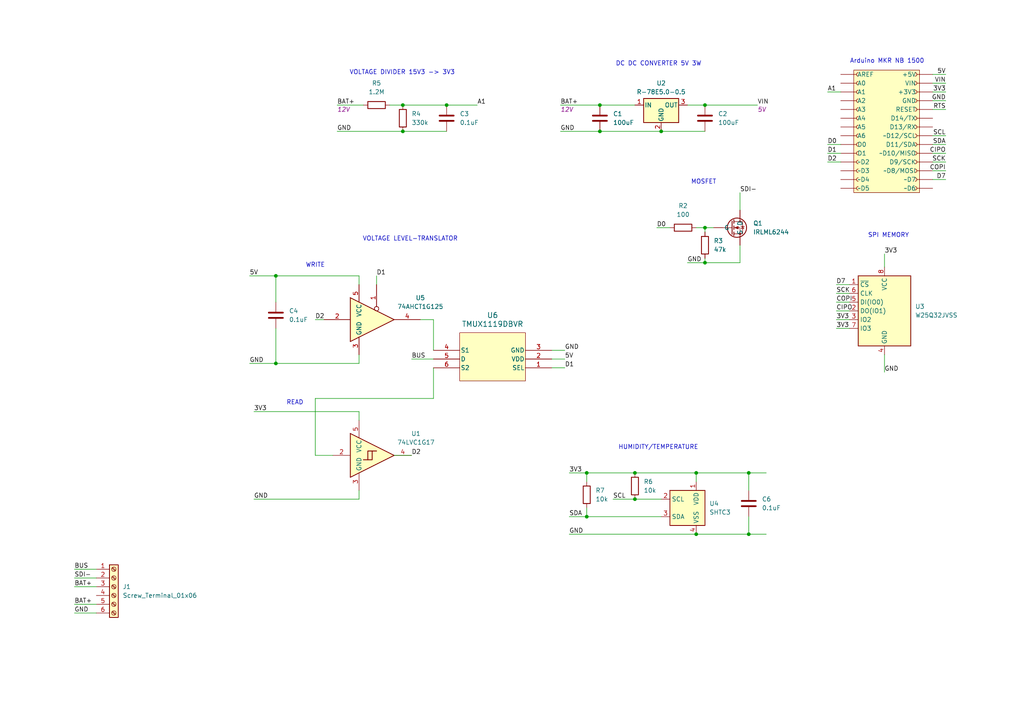
<source format=kicad_sch>
(kicad_sch (version 20231120) (generator "eeschema") (generator_version "8.0")
  (paper "A4")
  (title_block (title "Ryujin") (date "2024-12-21") (rev "17") (company "Julius-Maximilians-Universität Würzburg"))
  (lib_symbols
    (symbol "74xGxx:74AHCT1G125"
      (property "Reference" "U" (at -2.54 3.81 0))
      (property "Value" "74AHCT1G125" (at 0 -3.81 0))
      (symbol "74AHCT1G125_0_1"
        (polyline (pts (xy -7.62 6.35) (xy -7.62 -6.35) (xy 5.08 0) (xy -7.62 6.35)) (stroke (width 0.254)) (fill (type background)))
      )
      (symbol "74AHCT1G125_1_1"
        (pin input inverted (at 0 10.16 270) (length 7.62) (name "~") (number "1"))
        (pin input line (at -15.24 0 0) (length 7.62) (name "~") (number "2"))
        (pin power_in line (at -5.08 -10.16 90) (length 5.08) (name "GND") (number "3"))
        (pin tri_state line (at 12.7 0 180) (length 7.62) (name "~") (number "4"))
        (pin power_in line (at -5.08 10.16 270) (length 5.08) (name "VCC") (number "5"))
      )
    )
    (symbol "74xGxx:74LVC1G17"
      (property "Reference" "U" (at 0 3.81 0))
      (property "Value" "74LVC1G17" (at 0 -3.81 0))
      (symbol "74LVC1G17_0_1"
        (polyline (pts (xy -7.62 6.35) (xy -7.62 -6.35) (xy 5.08 0) (xy -7.62 6.35)) (stroke (width 0.254)) (fill (type background)))
        (polyline (pts (xy -3.81 -1.27) (xy -2.54 -1.27) (xy -2.54 1.27) (xy -1.27 1.27)) (stroke (width 0.254)) (fill (type background)))
        (polyline (pts (xy -2.54 -1.27) (xy -1.27 -1.27) (xy -1.27 1.27) (xy 0 1.27)) (stroke (width 0.254)) (fill (type background)))
      )
      (symbol "74LVC1G17_1_1"
        (pin no_connect line (at -7.62 5.08 180) (length 5.08) hide (name "NC") (number "1"))
        (pin input line (at -12.7 0 0) (length 5.08) (name "~") (number "2"))
        (pin power_in line (at -5.08 -10.16 90) (length 5.08) (name "GND") (number "3"))
        (pin output line (at 10.16 0 180) (length 5.08) (name "~") (number "4"))
        (pin power_in line (at -5.08 10.16 270) (length 5.08) (name "VCC") (number "5"))
      )
    )
    (symbol "Conn_01x14_Socket_1" (pin_numbers hide) (pin_names (offset 1.016))
      (property "Reference" "J3" (at 1.27 0.0001 0))
      (symbol "Conn_01x14_Socket_1_1_1"
        (arc (start 0 -17.272) (mid -0.5058 -17.78) (end 0 -18.288) (stroke (width 0.1524)))
        (arc (start 0 -14.732) (mid -0.5058 -15.24) (end 0 -15.748) (stroke (width 0.1524)))
        (arc (start 0 -12.192) (mid -0.5058 -12.7) (end 0 -13.208) (stroke (width 0.1524)))
        (arc (start 0 -9.652) (mid -0.5058 -10.16) (end 0 -10.668) (stroke (width 0.1524)))
        (arc (start 0 -7.112) (mid -0.5058 -7.62) (end 0 -8.128) (stroke (width 0.1524)))
        (arc (start 0 -4.572) (mid -0.5058 -5.08) (end 0 -5.588) (stroke (width 0.1524)))
        (arc (start 0 -2.032) (mid -0.5058 -2.54) (end 0 -3.048) (stroke (width 0.1524)))
        (polyline (pts (xy -1.27 -17.78) (xy -0.508 -17.78)) (stroke (width 0.1524)))
        (polyline (pts (xy -1.27 -15.24) (xy -0.508 -15.24)) (stroke (width 0.1524)))
        (polyline (pts (xy -1.27 -12.7) (xy -0.508 -12.7)) (stroke (width 0.1524)))
        (polyline (pts (xy -1.27 -10.16) (xy -0.508 -10.16)) (stroke (width 0.1524)))
        (polyline (pts (xy -1.27 -7.62) (xy -0.508 -7.62)) (stroke (width 0.1524)))
        (polyline (pts (xy -1.27 -5.08) (xy -0.508 -5.08)) (stroke (width 0.1524)))
        (polyline (pts (xy -1.27 -2.54) (xy -0.508 -2.54)) (stroke (width 0.1524)))
        (polyline (pts (xy -1.27 0) (xy -0.508 0)) (stroke (width 0.1524)))
        (polyline (pts (xy -1.27 2.54) (xy -0.508 2.54)) (stroke (width 0.1524)))
        (polyline (pts (xy -1.27 5.08) (xy -0.508 5.08)) (stroke (width 0.1524)))
        (polyline (pts (xy -1.27 7.62) (xy -0.508 7.62)) (stroke (width 0.1524)))
        (polyline (pts (xy -1.27 10.16) (xy -0.508 10.16)) (stroke (width 0.1524)))
        (polyline (pts (xy -1.27 12.7) (xy -0.508 12.7)) (stroke (width 0.1524)))
        (polyline (pts (xy -1.27 15.24) (xy -0.508 15.24)) (stroke (width 0.1524)))
        (arc (start 0 0.508) (mid -0.5058 0) (end 0 -0.508) (stroke (width 0.1524)))
        (arc (start 0 3.048) (mid -0.5058 2.54) (end 0 2.032) (stroke (width 0.1524)))
        (arc (start 0 5.588) (mid -0.5058 5.08) (end 0 4.572) (stroke (width 0.1524)))
        (arc (start 0 8.128) (mid -0.5058 7.62) (end 0 7.112) (stroke (width 0.1524)))
        (arc (start 0 10.668) (mid -0.5058 10.16) (end 0 9.652) (stroke (width 0.1524)))
        (arc (start 0 13.208) (mid -0.5058 12.7) (end 0 12.192) (stroke (width 0.1524)))
        (arc (start 0 15.748) (mid -0.5058 15.24) (end 0 14.732) (stroke (width 0.1524)))
        (pin passive line (at -5.08 15.24 0) (length 3.81) (name "AREF") (number "1"))
        (pin passive line (at -5.08 -7.62 0) (length 3.81) (name "D1") (number "10"))
        (pin passive line (at -5.08 -10.16 0) (length 3.81) (name "~D2") (number "11"))
        (pin passive line (at -5.08 -12.7 0) (length 3.81) (name "~D3") (number "12"))
        (pin passive line (at -5.08 -15.24 0) (length 3.81) (name "~D4") (number "13"))
        (pin passive line (at -5.08 -17.78 0) (length 3.81) (name "~D5") (number "14"))
        (pin passive line (at -5.08 12.7 0) (length 3.81) (name "A0") (number "2"))
        (pin passive line (at -5.08 10.16 0) (length 3.81) (name "A1") (number "3"))
        (pin passive line (at -5.08 7.62 0) (length 3.81) (name "A2") (number "4"))
        (pin passive line (at -5.08 5.08 0) (length 3.81) (name "A3") (number "5"))
        (pin passive line (at -5.08 2.54 0) (length 3.81) (name "A4") (number "6"))
        (pin passive line (at -5.08 0 0) (length 3.81) (name "A5") (number "7"))
        (pin passive line (at -5.08 -2.54 0) (length 3.81) (name "A6") (number "8"))
        (pin passive line (at -5.08 -5.08 0) (length 3.81) (name "D0") (number "9"))
      )
    )
    (symbol "Connector:Conn_01x14_Socket" (pin_numbers hide) (pin_names (offset 1.016))
      (property "Reference" "J4" (at 1.27 0.0001 0))
      (property "Value" "Conn_01x14_Socket" (at 1.27 -2.5399 0))
      (symbol "Conn_01x14_Socket_1_1"
        (arc (start 0 -17.272) (mid -0.5058 -17.78) (end 0 -18.288) (stroke (width 0.1524)))
        (arc (start 0 -14.732) (mid -0.5058 -15.24) (end 0 -15.748) (stroke (width 0.1524)))
        (arc (start 0 -12.192) (mid -0.5058 -12.7) (end 0 -13.208) (stroke (width 0.1524)))
        (arc (start 0 -9.652) (mid -0.5058 -10.16) (end 0 -10.668) (stroke (width 0.1524)))
        (arc (start 0 -7.112) (mid -0.5058 -7.62) (end 0 -8.128) (stroke (width 0.1524)))
        (arc (start 0 -4.572) (mid -0.5058 -5.08) (end 0 -5.588) (stroke (width 0.1524)))
        (arc (start 0 -2.032) (mid -0.5058 -2.54) (end 0 -3.048) (stroke (width 0.1524)))
        (polyline (pts (xy -1.27 -17.78) (xy -0.508 -17.78)) (stroke (width 0.1524)))
        (polyline (pts (xy -1.27 -15.24) (xy -0.508 -15.24)) (stroke (width 0.1524)))
        (polyline (pts (xy -1.27 -12.7) (xy -0.508 -12.7)) (stroke (width 0.1524)))
        (polyline (pts (xy -1.27 -10.16) (xy -0.508 -10.16)) (stroke (width 0.1524)))
        (polyline (pts (xy -1.27 -7.62) (xy -0.508 -7.62)) (stroke (width 0.1524)))
        (polyline (pts (xy -1.27 -5.08) (xy -0.508 -5.08)) (stroke (width 0.1524)))
        (polyline (pts (xy -1.27 -2.54) (xy -0.508 -2.54)) (stroke (width 0.1524)))
        (polyline (pts (xy -1.27 0) (xy -0.508 0)) (stroke (width 0.1524)))
        (polyline (pts (xy -1.27 2.54) (xy -0.508 2.54)) (stroke (width 0.1524)))
        (polyline (pts (xy -1.27 5.08) (xy -0.508 5.08)) (stroke (width 0.1524)))
        (polyline (pts (xy -1.27 7.62) (xy -0.508 7.62)) (stroke (width 0.1524)))
        (polyline (pts (xy -1.27 10.16) (xy -0.508 10.16)) (stroke (width 0.1524)))
        (polyline (pts (xy -1.27 12.7) (xy -0.508 12.7)) (stroke (width 0.1524)))
        (polyline (pts (xy -1.27 15.24) (xy -0.508 15.24)) (stroke (width 0.1524)))
        (arc (start 0 0.508) (mid -0.5058 0) (end 0 -0.508) (stroke (width 0.1524)))
        (arc (start 0 3.048) (mid -0.5058 2.54) (end 0 2.032) (stroke (width 0.1524)))
        (arc (start 0 5.588) (mid -0.5058 5.08) (end 0 4.572) (stroke (width 0.1524)))
        (arc (start 0 8.128) (mid -0.5058 7.62) (end 0 7.112) (stroke (width 0.1524)))
        (arc (start 0 10.668) (mid -0.5058 10.16) (end 0 9.652) (stroke (width 0.1524)))
        (arc (start 0 13.208) (mid -0.5058 12.7) (end 0 12.192) (stroke (width 0.1524)))
        (arc (start 0 15.748) (mid -0.5058 15.24) (end 0 14.732) (stroke (width 0.1524)))
        (pin passive line (at -5.08 15.24 0) (length 3.81) (name "+5V") (number "1"))
        (pin passive line (at -5.08 -7.62 0) (length 3.81) (name "~D10/MISO") (number "10"))
        (pin passive line (at -5.08 -10.16 0) (length 3.81) (name "D9/SCK") (number "11"))
        (pin passive line (at -5.08 -12.7 0) (length 3.81) (name "~D8/MOSI") (number "12"))
        (pin passive line (at -5.08 -15.24 0) (length 3.81) (name "~D7") (number "13"))
        (pin passive line (at -5.08 -17.78 0) (length 3.81) (name "~D6") (number "14"))
        (pin passive line (at -5.08 12.7 0) (length 3.81) (name "VIN") (number "2"))
        (pin passive line (at -5.08 10.16 0) (length 3.81) (name "+3V3") (number "3"))
        (pin passive line (at -5.08 7.62 0) (length 3.81) (name "GND") (number "4"))
        (pin passive line (at -5.08 5.08 0) (length 3.81) (name "RESET") (number "5"))
        (pin passive line (at -5.08 2.54 0) (length 3.81) (name "D14/TX") (number "6"))
        (pin passive line (at -5.08 0 0) (length 3.81) (name "D13/RX") (number "7"))
        (pin passive line (at -5.08 -2.54 0) (length 3.81) (name "~D12/SCL") (number "8"))
        (pin passive line (at -5.08 -5.08 0) (length 3.81) (name "D11/SDA") (number "9"))
      )
    )
    (symbol "Connector:Screw_Terminal_01x06" (pin_names (offset 1.016) hide)
      (property "Reference" "J" (at 0 7.62 0))
      (property "Value" "Screw_Terminal_01x06" (at 0 -10.16 0))
      (symbol "Screw_Terminal_01x06_1_1"
        (rectangle (start -1.27 6.35) (end 1.27 -8.89) (stroke (width 0.254)) (fill (type background)))
        (circle (center 0 -7.62) (radius 0.635) (stroke (width 0.1524)))
        (circle (center 0 -5.08) (radius 0.635) (stroke (width 0.1524)))
        (circle (center 0 -2.54) (radius 0.635) (stroke (width 0.1524)))
        (polyline (pts (xy -0.5334 -7.2898) (xy 0.3302 -8.128)) (stroke (width 0.1524)))
        (polyline (pts (xy -0.5334 -4.7498) (xy 0.3302 -5.588)) (stroke (width 0.1524)))
        (polyline (pts (xy -0.5334 -2.2098) (xy 0.3302 -3.048)) (stroke (width 0.1524)))
        (polyline (pts (xy -0.5334 0.3302) (xy 0.3302 -0.508)) (stroke (width 0.1524)))
        (polyline (pts (xy -0.5334 2.8702) (xy 0.3302 2.032)) (stroke (width 0.1524)))
        (polyline (pts (xy -0.5334 5.4102) (xy 0.3302 4.572)) (stroke (width 0.1524)))
        (polyline (pts (xy -0.3556 -7.112) (xy 0.508 -7.9502)) (stroke (width 0.1524)))
        (polyline (pts (xy -0.3556 -4.572) (xy 0.508 -5.4102)) (stroke (width 0.1524)))
        (polyline (pts (xy -0.3556 -2.032) (xy 0.508 -2.8702)) (stroke (width 0.1524)))
        (polyline (pts (xy -0.3556 0.508) (xy 0.508 -0.3302)) (stroke (width 0.1524)))
        (polyline (pts (xy -0.3556 3.048) (xy 0.508 2.2098)) (stroke (width 0.1524)))
        (polyline (pts (xy -0.3556 5.588) (xy 0.508 4.7498)) (stroke (width 0.1524)))
        (circle (center 0 0) (radius 0.635) (stroke (width 0.1524)))
        (circle (center 0 2.54) (radius 0.635) (stroke (width 0.1524)))
        (circle (center 0 5.08) (radius 0.635) (stroke (width 0.1524)))
        (pin passive line (at -5.08 5.08 0) (length 3.81) (name "Pin_1") (number "1"))
        (pin passive line (at -5.08 2.54 0) (length 3.81) (name "Pin_2") (number "2"))
        (pin passive line (at -5.08 0 0) (length 3.81) (name "Pin_3") (number "3"))
        (pin passive line (at -5.08 -2.54 0) (length 3.81) (name "Pin_4") (number "4"))
        (pin passive line (at -5.08 -5.08 0) (length 3.81) (name "Pin_5") (number "5"))
        (pin passive line (at -5.08 -7.62 0) (length 3.81) (name "Pin_6") (number "6"))
      )
    )
    (symbol "DBV0006A:TMUX1119DBVR" (pin_names (offset 0.254))
      (property "Reference" "U" (at 17.018 8.128 0))
      (property "Value" "TMUX1119DBVR" (at 17.018 5.588 0))
      (symbol "TMUX1119DBVR_0_1"
        (rectangle (start 7.62 3.81) (end 26.67 -10.16) (fill (type background)))
        (pin input line (at 0 0 0) (length 7.62) (name "SEL") (number "1"))
        (pin power_in line (at 0 -2.54 0) (length 7.62) (name "VDD") (number "2"))
        (pin power_out line (at 0 -5.08 0) (length 7.62) (name "GND") (number "3"))
        (pin bidirectional line (at 34.29 -5.08 180) (length 7.62) (name "S1") (number "4"))
        (pin bidirectional line (at 34.29 -2.54 180) (length 7.62) (name "D") (number "5"))
        (pin bidirectional line (at 34.29 0 180) (length 7.62) (name "S2") (number "6"))
      )
    )
    (symbol "Device:C" (pin_numbers hide) (pin_names (offset 0.254))
      (property "Reference" "C" (at 0.635 2.54 0))
      (property "Value" "C" (at 0.635 -2.54 0))
      (symbol "C_0_1"
        (polyline (pts (xy -2.032 -0.762) (xy 2.032 -0.762)) (stroke (width 0.508)))
        (polyline (pts (xy -2.032 0.762) (xy 2.032 0.762)) (stroke (width 0.508)))
      )
      (symbol "C_1_1"
        (pin passive line (at 0 3.81 270) (length 2.794) (name "~") (number "1"))
        (pin passive line (at 0 -3.81 90) (length 2.794) (name "~") (number "2"))
      )
    )
    (symbol "Device:R" (pin_numbers hide) (pin_names (offset 0))
      (property "Reference" "R" (at 2.032 0 90))
      (property "Value" "R" (at 0 0 90))
      (symbol "R_0_1"
        (rectangle (start -1.016 -2.54) (end 1.016 2.54) (stroke (width 0.254)))
      )
      (symbol "R_1_1"
        (pin passive line (at 0 3.81 270) (length 1.27) (name "~") (number "1"))
        (pin passive line (at 0 -3.81 90) (length 1.27) (name "~") (number "2"))
      )
    )
    (symbol "Memory_Flash:W25Q32JVSS"
      (property "Reference" "U" (at -6.35 11.43 0))
      (property "Value" "W25Q32JVSS" (at 7.62 11.43 0))
      (symbol "W25Q32JVSS_0_1"
        (rectangle (start -7.62 10.16) (end 7.62 -10.16) (stroke (width 0.254)) (fill (type background)))
      )
      (symbol "W25Q32JVSS_1_1"
        (pin input line (at -10.16 7.62 0) (length 2.54) (name "~{CS}") (number "1"))
        (pin bidirectional line (at -10.16 0 0) (length 2.54) (name "DO(IO1)") (number "2"))
        (pin bidirectional line (at -10.16 -2.54 0) (length 2.54) (name "IO2") (number "3"))
        (pin power_in line (at 0 -12.7 90) (length 2.54) (name "GND") (number "4"))
        (pin bidirectional line (at -10.16 2.54 0) (length 2.54) (name "DI(IO0)") (number "5"))
        (pin input line (at -10.16 5.08 0) (length 2.54) (name "CLK") (number "6"))
        (pin bidirectional line (at -10.16 -5.08 0) (length 2.54) (name "IO3") (number "7"))
        (pin power_in line (at 0 12.7 270) (length 2.54) (name "VCC") (number "8"))
      )
    )
    (symbol "Regulator_Switching:R-78E5.0-0.5" (pin_names (offset 0.254))
      (property "Reference" "U" (at -3.81 3.175 0))
      (property "Value" "R-78E5.0-0.5" (at 0 3.175 0))
      (symbol "R-78E5.0-0.5_0_1"
        (rectangle (start -5.08 1.905) (end 5.08 -5.08) (stroke (width 0.254)) (fill (type background)))
      )
      (symbol "R-78E5.0-0.5_1_1"
        (pin power_in line (at -7.62 0 0) (length 2.54) (name "IN") (number "1"))
        (pin power_in line (at 0 -7.62 90) (length 2.54) (name "GND") (number "2"))
        (pin power_out line (at 7.62 0 180) (length 2.54) (name "OUT") (number "3"))
      )
    )
    (symbol "Sensor_Humidity:SHTC3"
      (property "Reference" "U" (at -3.81 6.35 0))
      (property "Value" "SHTC3" (at -2.54 -6.35 0))
      (symbol "SHTC3_1_1"
        (rectangle (start -5.08 5.08) (end 5.08 -5.08) (stroke (width 0.254)) (fill (type background)))
        (pin power_in line (at 2.54 7.62 270) (length 2.54) (name "VDD") (number "1"))
        (pin input line (at -7.62 2.54 0) (length 2.54) (name "SCL") (number "2"))
        (pin bidirectional line (at -7.62 -2.54 0) (length 2.54) (name "SDA") (number "3"))
        (pin power_in line (at 2.54 -7.62 90) (length 2.54) (name "VSS") (number "4"))
        (pin no_connect line (at 5.08 0 180) (length 2.54) hide (name "NC") (number "5"))
      )
    )
    (symbol "Transistor_FET:IRLML6244" (pin_numbers hide)
      (property "Reference" "Q" (at 5.08 1.905 0))
      (property "Value" "IRLML6244" (at 5.08 0 0))
      (symbol "IRLML6244_0_1"
        (polyline (pts (xy 0.254 0) (xy -2.54 0)))
        (polyline (pts (xy 0.254 1.905) (xy 0.254 -1.905)) (stroke (width 0.254)))
        (polyline (pts (xy 0.762 -1.27) (xy 0.762 -2.286)) (stroke (width 0.254)))
        (polyline (pts (xy 0.762 0.508) (xy 0.762 -0.508)) (stroke (width 0.254)))
        (polyline (pts (xy 0.762 2.286) (xy 0.762 1.27)) (stroke (width 0.254)))
        (polyline (pts (xy 2.54 2.54) (xy 2.54 1.778)))
        (polyline (pts (xy 2.54 -2.54) (xy 2.54 0) (xy 0.762 0)))
        (polyline (pts (xy 0.762 -1.778) (xy 3.302 -1.778) (xy 3.302 1.778) (xy 0.762 1.778)))
        (polyline (pts (xy 1.016 0) (xy 2.032 0.381) (xy 2.032 -0.381) (xy 1.016 0)) (fill (type outline)))
        (polyline (pts (xy 2.794 0.508) (xy 2.921 0.381) (xy 3.683 0.381) (xy 3.81 0.254)))
        (polyline (pts (xy 3.302 0.381) (xy 2.921 -0.254) (xy 3.683 -0.254) (xy 3.302 0.381)))
        (circle (center 1.651 0) (radius 2.794) (stroke (width 0.254)))
        (circle (center 2.54 -1.778) (radius 0.254) (fill (type outline)))
        (circle (center 2.54 1.778) (radius 0.254) (fill (type outline)))
      )
      (symbol "IRLML6244_1_1"
        (pin input line (at -5.08 0 0) (length 2.54) (name "G") (number "1"))
        (pin passive line (at 2.54 -5.08 90) (length 2.54) (name "S") (number "2"))
        (pin passive line (at 2.54 5.08 270) (length 2.54) (name "D") (number "3"))
      )
    )
  )
  (junction (at 217.17 154.94))
  (junction (at 217.17 137.16))
  (junction (at 129.54 30.48))
  (junction (at 184.15 137.16))
  (junction (at 173.99 30.48))
  (junction (at 116.84 30.48))
  (junction (at 191.77 38.1))
  (junction (at 204.47 76.2))
  (junction (at 116.84 38.1))
  (junction (at 204.47 30.48))
  (junction (at 80.01 105.41))
  (junction (at 170.18 137.16))
  (junction (at 201.93 137.16))
  (junction (at 80.01 80.01))
  (junction (at 204.47 66.04))
  (junction (at 184.15 144.78))
  (junction (at 201.93 154.94))
  (junction (at 170.18 149.86))
  (junction (at 173.99 38.1))
  (wire (pts (xy 204.47 67.31) (xy 204.47 66.04)))
  (wire (pts (xy 256.54 102.87) (xy 256.54 107.95)))
  (wire (pts (xy 104.14 119.38) (xy 104.14 121.92)))
  (wire (pts (xy 199.39 30.48) (xy 204.47 30.48)))
  (wire (pts (xy 274.32 31.75) (xy 270.51 31.75)))
  (wire (pts (xy 274.32 21.59) (xy 270.51 21.59)))
  (wire (pts (xy 217.17 154.94) (xy 222.25 154.94)))
  (wire (pts (xy 204.47 30.48) (xy 219.71 30.48)))
  (wire (pts (xy 246.38 95.25) (xy 242.57 95.25)))
  (wire (pts (xy 104.14 105.41) (xy 104.14 102.87)))
  (wire (pts (xy 97.79 38.1) (xy 116.84 38.1)))
  (wire (pts (xy 165.1 137.16) (xy 170.18 137.16)))
  (wire (pts (xy 104.14 80.01) (xy 104.14 82.55)))
  (wire (pts (xy 217.17 137.16) (xy 222.25 137.16)))
  (wire (pts (xy 217.17 142.24) (xy 217.17 137.16)))
  (wire (pts (xy 240.03 46.99) (xy 243.84 46.99)))
  (wire (pts (xy 125.73 92.71) (xy 125.73 101.6)))
  (wire (pts (xy 160.02 101.6) (xy 163.83 101.6)))
  (wire (pts (xy 21.59 165.1) (xy 27.94 165.1)))
  (wire (pts (xy 201.93 154.94) (xy 217.17 154.94)))
  (wire (pts (xy 91.44 115.57) (xy 91.44 132.08)))
  (wire (pts (xy 204.47 76.2) (xy 214.63 76.2)))
  (wire (pts (xy 246.38 92.71) (xy 242.57 92.71)))
  (wire (pts (xy 201.93 154.94) (xy 165.1 154.94)))
  (wire (pts (xy 204.47 66.04) (xy 207.01 66.04)))
  (wire (pts (xy 274.32 46.99) (xy 270.51 46.99)))
  (wire (pts (xy 173.99 38.1) (xy 191.77 38.1)))
  (wire (pts (xy 214.63 55.88) (xy 214.63 60.96)))
  (wire (pts (xy 91.44 132.08) (xy 96.52 132.08)))
  (wire (pts (xy 190.5 66.04) (xy 194.31 66.04)))
  (wire (pts (xy 116.84 38.1) (xy 129.54 38.1)))
  (wire (pts (xy 119.38 104.14) (xy 125.73 104.14)))
  (wire (pts (xy 240.03 41.91) (xy 243.84 41.91)))
  (wire (pts (xy 113.03 30.48) (xy 116.84 30.48)))
  (wire (pts (xy 274.32 41.91) (xy 270.51 41.91)))
  (wire (pts (xy 21.59 175.26) (xy 27.94 175.26)))
  (wire (pts (xy 160.02 104.14) (xy 163.83 104.14)))
  (wire (pts (xy 242.57 90.17) (xy 246.38 90.17)))
  (wire (pts (xy 91.44 92.71) (xy 93.98 92.71)))
  (wire (pts (xy 214.63 76.2) (xy 214.63 71.12)))
  (wire (pts (xy 109.22 80.01) (xy 109.22 82.55)))
  (wire (pts (xy 173.99 30.48) (xy 184.15 30.48)))
  (wire (pts (xy 217.17 137.16) (xy 201.93 137.16)))
  (wire (pts (xy 119.38 132.08) (xy 114.3 132.08)))
  (wire (pts (xy 170.18 147.32) (xy 170.18 149.86)))
  (wire (pts (xy 201.93 66.04) (xy 204.47 66.04)))
  (wire (pts (xy 170.18 149.86) (xy 191.77 149.86)))
  (wire (pts (xy 240.03 44.45) (xy 243.84 44.45)))
  (wire (pts (xy 256.54 73.66) (xy 256.54 77.47)))
  (wire (pts (xy 165.1 149.86) (xy 170.18 149.86)))
  (wire (pts (xy 204.47 76.2) (xy 204.47 74.93)))
  (wire (pts (xy 21.59 167.64) (xy 27.94 167.64)))
  (wire (pts (xy 274.32 24.13) (xy 270.51 24.13)))
  (wire (pts (xy 125.73 115.57) (xy 91.44 115.57)))
  (wire (pts (xy 274.32 29.21) (xy 270.51 29.21)))
  (wire (pts (xy 217.17 149.86) (xy 217.17 154.94)))
  (wire (pts (xy 240.03 26.67) (xy 243.84 26.67)))
  (wire (pts (xy 80.01 80.01) (xy 104.14 80.01)))
  (wire (pts (xy 73.66 144.78) (xy 104.14 144.78)))
  (wire (pts (xy 246.38 82.55) (xy 242.57 82.55)))
  (wire (pts (xy 80.01 87.63) (xy 80.01 80.01)))
  (wire (pts (xy 72.39 105.41) (xy 80.01 105.41)))
  (wire (pts (xy 184.15 137.16) (xy 201.93 137.16)))
  (wire (pts (xy 242.57 87.63) (xy 246.38 87.63)))
  (wire (pts (xy 274.32 26.67) (xy 270.51 26.67)))
  (wire (pts (xy 184.15 144.78) (xy 191.77 144.78)))
  (wire (pts (xy 129.54 30.48) (xy 138.43 30.48)))
  (wire (pts (xy 21.59 177.8) (xy 27.94 177.8)))
  (wire (pts (xy 162.56 38.1) (xy 173.99 38.1)))
  (wire (pts (xy 274.32 44.45) (xy 270.51 44.45)))
  (wire (pts (xy 72.39 80.01) (xy 80.01 80.01)))
  (wire (pts (xy 160.02 106.68) (xy 163.83 106.68)))
  (wire (pts (xy 170.18 137.16) (xy 170.18 139.7)))
  (wire (pts (xy 125.73 106.68) (xy 125.73 115.57)))
  (wire (pts (xy 204.47 76.2) (xy 199.39 76.2)))
  (wire (pts (xy 201.93 137.16) (xy 201.93 139.7)))
  (wire (pts (xy 191.77 38.1) (xy 204.47 38.1)))
  (wire (pts (xy 116.84 30.48) (xy 129.54 30.48)))
  (wire (pts (xy 177.8 144.78) (xy 184.15 144.78)))
  (wire (pts (xy 73.66 119.38) (xy 104.14 119.38)))
  (wire (pts (xy 121.92 92.71) (xy 125.73 92.71)))
  (wire (pts (xy 104.14 144.78) (xy 104.14 142.24)))
  (wire (pts (xy 80.01 105.41) (xy 80.01 95.25)))
  (wire (pts (xy 162.56 30.48) (xy 173.99 30.48)))
  (wire (pts (xy 274.32 39.37) (xy 270.51 39.37)))
  (wire (pts (xy 21.59 170.18) (xy 27.94 170.18)))
  (wire (pts (xy 246.38 85.09) (xy 242.57 85.09)))
  (wire (pts (xy 97.79 30.48) (xy 105.41 30.48)))
  (wire (pts (xy 274.32 52.07) (xy 270.51 52.07)))
  (wire (pts (xy 170.18 137.16) (xy 184.15 137.16)))
  (wire (pts (xy 104.14 105.41) (xy 80.01 105.41)))
  (wire (pts (xy 274.32 49.53) (xy 270.51 49.53)))
  (rectangle (start 247.65 20.32) (end 266.7 55.88) (stroke (width 0) (color 132 0 0 1)) (fill (type color) (color 255 255 194 1)))
  (text "HUMIDITY/TEMPERATURE" (at 179.324 129.794 0) (effects (font (size 1.27 1.27)) (justify left)))
  (text "VOLTAGE LEVEL-TRANSLATOR" (at 105.156 69.342 0) (effects (font (size 1.27 1.27)) (justify left)))
  (text "WRITE" (at 88.646 76.962 0) (effects (font (size 1.27 1.27)) (justify left)))
  (text "VOLTAGE DIVIDER 15V3 -> 3V3" (at 101.346 21.082 0) (effects (font (size 1.27 1.27)) (justify left)))
  (text "SPI MEMORY" (at 251.714 68.326 0) (effects (font (size 1.27 1.27)) (justify left)))
  (text "READ" (at 83.058 116.84 0) (effects (font (size 1.27 1.27)) (justify left)))
  (text "Arduino MKR NB 1500" (at 257.302 17.78 0) (effects (font (size 1.27 1.27))))
  (text "DC DC CONVERTER 5V 3W" (at 178.562 18.542 0) (effects (font (size 1.27 1.27)) (justify left)))
  (text "MOSFET" (at 200.406 52.832 0) (effects (font (size 1.27 1.27)) (justify left)))
  (label "VIN" (at 219.71 30.48 0) (property "Netclass" "5V" (at 219.71 31.75 0) (effects (font (italic yes)) (justify left))))
  (label "SCK" (at 274.32 46.99 180))
  (label "D7" (at 242.57 82.55 0))
  (label "3V3" (at 256.54 73.66 0))
  (label "GND" (at 165.1 154.94 0))
  (label "BAT+" (at 21.59 175.26 0))
  (label "COPI" (at 242.57 87.63 0))
  (label "3V3" (at 274.32 26.67 180))
  (label "3V3" (at 242.57 95.25 0))
  (label "SCL" (at 177.8 144.78 0))
  (label "SCK" (at 242.57 85.09 0))
  (label "BAT+" (at 162.56 30.48 0) (property "Netclass" "12V" (at 162.56 31.75 0) (effects (font (italic yes)) (justify left))))
  (label "SDI-" (at 214.63 55.88 0))
  (label "BUS" (at 119.38 104.14 0))
  (label "3V3" (at 73.66 119.38 0))
  (label "GND" (at 274.32 29.21 180))
  (label "BAT+" (at 21.59 170.18 0))
  (label "D1" (at 163.83 106.68 0))
  (label "GND" (at 256.54 107.95 0))
  (label "CIPO" (at 274.32 44.45 180))
  (label "D0" (at 240.03 41.91 0))
  (label "3V3" (at 165.1 137.16 0))
  (label "COPI" (at 274.32 49.53 180))
  (label "GND" (at 21.59 177.8 0))
  (label "VIN" (at 274.32 24.13 180))
  (label "5V" (at 72.39 80.01 0))
  (label "GND" (at 72.39 105.41 0))
  (label "D2" (at 240.03 46.99 0))
  (label "GND" (at 199.39 76.2 0))
  (label "RTS" (at 274.32 31.75 180))
  (label "D2" (at 119.38 132.08 0))
  (label "SDA" (at 274.32 41.91 180))
  (label "5V" (at 163.83 104.14 0))
  (label "A1" (at 240.03 26.67 0))
  (label "SDA" (at 165.1 149.86 0))
  (label "GND" (at 163.83 101.6 0))
  (label "D1" (at 240.03 44.45 0))
  (label "GND" (at 162.56 38.1 0))
  (label "GND" (at 73.66 144.78 0))
  (label "D1" (at 109.22 80.01 0))
  (label "5V" (at 274.32 21.59 180))
  (label "SDI-" (at 21.59 167.64 0))
  (label "D0" (at 190.5 66.04 0))
  (label "GND" (at 97.79 38.1 0))
  (label "SCL" (at 274.32 39.37 180))
  (label "BUS" (at 21.59 165.1 0))
  (label "BAT+" (at 97.79 30.48 0) (property "Netclass" "12V" (at 97.79 31.75 0) (effects (font (italic yes)) (justify left))))
  (label "A1" (at 138.43 30.48 0))
  (label "3V3" (at 242.57 92.71 0))
  (label "D2" (at 91.44 92.71 0))
  (label "CIPO" (at 242.57 90.17 0))
  (label "D7" (at 274.32 52.07 180))
  (symbol (lib_id "Memory_Flash:W25Q32JVSS") (at 256.54 90.17 0) (unit 1)
    (property "Reference" "U3" (at 265.43 88.8999 0) (effects (justify left)))
    (property "Value" "W25Q32JVSS" (at 265.43 91.4399 0) (effects (justify left)))
    (property "Footprint" "Package_SO:SOIC-8_5.23x5.23mm_P1.27mm" (effects (hide yes)))
    (property "Datasheet" "../../docs/w25q32jv revg 03272018 plus.pdf" (effects (hide yes)))
    (property "Description" "32Mb Serial Flash Memory, Standard/Dual/Quad SPI, SOIC-8" (effects (hide yes)))
    (property "MPN" "W25Q32JVSSIQ TR" (effects (hide yes)))
  )
  (symbol (lib_id "Device:R") (at 184.15 140.97 180) (unit 1)
    (property "Reference" "R6" (at 186.69 139.6999 0) (effects (justify right)))
    (property "Value" "10k" (at 186.69 142.2399 0) (effects (justify right)))
    (property "Footprint" "Resistor_SMD:R_0603_1608Metric" (effects (hide yes)))
    (property "Description" "Resistor" (effects (hide yes)))
    (property "MPN" "10k 0603" (effects (hide yes)))
  )
  (symbol (lib_id "Device:R") (at 204.47 71.12 180) (unit 1)
    (property "Reference" "R3" (at 207.01 69.8499 0) (effects (justify right)))
    (property "Value" "47k" (at 207.01 72.3899 0) (effects (justify right)))
    (property "Footprint" "Resistor_SMD:R_0603_1608Metric" (effects (hide yes)))
    (property "Description" "Resistor" (effects (hide yes)))
    (property "MPN" "47k 0603" (effects (hide yes)))
  )
  (symbol (lib_id "74xGxx:74LVC1G17") (at 109.22 132.08 0) (unit 1)
    (property "Reference" "U1" (at 120.65 125.7614 0))
    (property "Value" "74LVC1G17" (at 120.65 128.3014 0))
    (property "Footprint" "Package_TO_SOT_SMD:SOT-23-5" (effects (hide yes)))
    (property "Datasheet" "../../docs/sn74lvc1g17.pdf" (effects (hide yes)))
    (property "Description" "Single Schmitt Buffer Gate, Low-Voltage CMOS" (effects (hide yes)))
    (property "MPN" "SN74LVC1G17DBVT" (effects (hide yes)))
  )
  (symbol (lib_id "Device:R") (at 116.84 34.29 0) (unit 1)
    (property "Reference" "R4" (at 119.38 33.0199 0) (effects (justify left)))
    (property "Value" "330k" (at 119.38 35.5599 0) (effects (justify left)))
    (property "Footprint" "Resistor_SMD:R_0603_1608Metric" (effects (hide yes)))
    (property "Description" "Resistor" (effects (hide yes)))
    (property "MPN" "330k 0603" (effects (hide yes)))
  )
  (symbol (lib_id "DBV0006A:TMUX1119DBVR") (at 160.02 106.68 180) (unit 1)
    (property "Reference" "U6" (at 142.875 91.44 0) (effects (font (size 1.524 1.524))))
    (property "Value" "TMUX1119DBVR" (at 142.875 93.98 0) (effects (font (size 1.524 1.524))))
    (property "Footprint" "footprints:DBV0006A" (effects (hide yes)))
    (property "Datasheet" "../../docs/tmux1119.pdf" (effects (hide yes)))
  )
  (symbol (lib_id "Sensor_Humidity:SHTC3") (at 199.39 147.32 0) (unit 1)
    (property "Reference" "U4" (at 205.74 146.0499 0) (effects (justify left)))
    (property "Value" "SHTC3" (at 205.74 148.5899 0) (effects (justify left)))
    (property "Footprint" "Sensor_Humidity:Sensirion_DFN-4-1EP_2x2mm_P1mm_EP0.7x1.6mm" (effects (hide yes)))
    (property "Datasheet" "../../docs/Datasheet_SHTC3.pdf" (effects (hide yes)))
    (property "Description" "Humidity and Temperature Sensor, ±2%RH, ±0.2°C, I2C, 1.62-3.6V, DFN-4" (effects (hide yes)))
    (property "MPN" "SHTC3" (effects (hide yes)))
  )
  (symbol (lib_id "Regulator_Switching:R-78E5.0-0.5") (at 191.77 30.48 0) (unit 1)
    (property "Reference" "U2" (at 191.77 24.13 0))
    (property "Value" "R-78E5.0-0.5" (at 191.77 26.67 0))
    (property "Footprint" "Converter_DCDC:Converter_DCDC_RECOM_R-78E-0.5_THT" (effects (hide yes)))
    (property "Datasheet" "../../docs/R-78E-0.5.pdf" (effects (hide yes)))
    (property "Description" "500mA Step-Down DC/DC-Regulator, 7-28V input, 5V fixed Output Voltage, LM78xx replacement, -40°C to +85°C, SIP3" (effects (hide yes)))
    (property "MPN" "R-78E5.0-0.5" (effects (hide yes)))
  )
  (symbol (lib_id "Device:R") (at 170.18 143.51 180) (unit 1)
    (property "Reference" "R7" (at 172.72 142.2399 0) (effects (justify right)))
    (property "Value" "10k" (at 172.72 144.7799 0) (effects (justify right)))
    (property "Footprint" "Resistor_SMD:R_0603_1608Metric" (effects (hide yes)))
    (property "Description" "Resistor" (effects (hide yes)))
    (property "MPN" "10k 0603" (effects (hide yes)))
  )
  (symbol (lib_id "Device:C") (at 129.54 34.29 0) (unit 1)
    (property "Reference" "C3" (at 133.35 33.0199 0) (effects (justify left)))
    (property "Value" "0.1uF" (at 133.35 35.5599 0) (effects (justify left)))
    (property "Footprint" "Capacitor_SMD:C_0603_1608Metric" (effects (hide yes)))
    (property "Description" "Unpolarized capacitor" (effects (hide yes)))
    (property "MPN" "0.1uF 6.3V 0603" (effects (hide yes)))
  )
  (symbol (lib_id "74xGxx:74AHCT1G125") (at 109.22 92.71 0) (unit 1)
    (property "Reference" "U5" (at 121.92 86.3914 0))
    (property "Value" "74AHCT1G125" (at 121.92 88.9314 0))
    (property "Footprint" "Package_TO_SOT_SMD:SOT-23-5" (effects (hide yes)))
    (property "Datasheet" "../../docs/sn74ahct1g125.pdf" (effects (hide yes)))
    (property "Description" "Single Buffer Gate Tri-State, Low-Voltage CMOS" (effects (hide yes)))
    (property "MPN" "SN74AHCT1G125DBVR" (effects (hide yes)))
  )
  (symbol (lib_id "Device:C") (at 173.99 34.29 0) (unit 1)
    (property "Reference" "C1" (at 177.8 33.0199 0) (effects (justify left)))
    (property "Value" "100uF" (at 177.8 35.5599 0) (effects (justify left)))
    (property "Footprint" "Capacitor_SMD:C_1210_3225Metric" (effects (hide yes)))
    (property "Description" "Unpolarized capacitor" (effects (hide yes)))
    (property "MPN" "C1210C107M4PACTU" (effects (hide yes)))
  )
  (symbol (lib_id "Device:R") (at 198.12 66.04 270) (unit 1)
    (property "Reference" "R2" (at 198.12 59.69 90))
    (property "Value" "100" (at 198.12 62.23 90))
    (property "Footprint" "Resistor_SMD:R_0603_1608Metric" (effects (hide yes)))
    (property "Description" "Resistor" (effects (hide yes)))
    (property "MPN" "100 0603" (effects (hide yes)))
  )
  (symbol (lib_name "Conn_01x14_Socket_1") (lib_id "Connector:Conn_01x14_Socket") (at 248.92 36.83 0) (unit 1)
    (property "Reference" "J3" (effects (hide yes)))
    (property "Value" "Conn_01x14_Socket" (effects (hide yes)))
    (property "Footprint" "Custom:65342372" (effects (hide yes)))
    (property "Datasheet" "../../docs/ds_1307819_ampmodu_0911.pdf" (effects (hide yes)))
    (property "Description" "Generic connector, single row, 01x14, script generated" (effects (hide yes)))
    (property "MPN" "6-534237-2" (effects (hide yes)))
  )
  (symbol (lib_id "Device:C") (at 204.47 34.29 0) (unit 1)
    (property "Reference" "C2" (at 208.28 33.0199 0) (effects (justify left)))
    (property "Value" "100uF" (at 208.28 35.5599 0) (effects (justify left)))
    (property "Footprint" "Capacitor_SMD:C_1210_3225Metric" (effects (hide yes)))
    (property "Description" "Unpolarized capacitor" (effects (hide yes)))
    (property "MPN" "C1210C107M9PACTU" (effects (hide yes)))
  )
  (symbol (lib_id "Device:R") (at 109.22 30.48 90) (unit 1)
    (property "Reference" "R5" (at 109.22 24.13 90))
    (property "Value" "1.2M" (at 109.22 26.67 90))
    (property "Footprint" "Resistor_SMD:R_0603_1608Metric" (effects (hide yes)))
    (property "Description" "Resistor" (effects (hide yes)))
    (property "MPN" "1.2M 0603" (effects (hide yes)))
  )
  (symbol (lib_id "Device:C") (at 80.01 91.44 0) (unit 1)
    (property "Reference" "C4" (at 83.82 90.1699 0) (effects (justify left)))
    (property "Value" "0.1uF" (at 83.82 92.7099 0) (effects (justify left)))
    (property "Footprint" "Capacitor_SMD:C_0603_1608Metric" (effects (hide yes)))
    (property "Description" "Unpolarized capacitor" (effects (hide yes)))
    (property "MPN" "0.1uF 6.3V 0603" (effects (hide yes)))
  )
  (symbol (lib_id "Device:C") (at 217.17 146.05 0) (unit 1)
    (property "Reference" "C6" (at 220.98 144.7799 0) (effects (justify left)))
    (property "Value" "0.1uF" (at 220.98 147.3199 0) (effects (justify left)))
    (property "Footprint" "Capacitor_SMD:C_0603_1608Metric" (effects (hide yes)))
    (property "Description" "Unpolarized capacitor" (effects (hide yes)))
    (property "MPN" "0.1uF 6.3V 0603" (effects (hide yes)))
  )
  (symbol (lib_id "Connector:Conn_01x14_Socket") (at 265.43 36.83 0) (mirror y) (unit 1)
    (property "Reference" "J4" (effects (hide yes)))
    (property "Value" "Conn_01x14_Socket" (effects (hide yes)))
    (property "Footprint" "Custom:65342372" (effects (hide yes)))
    (property "Datasheet" "../../docs/ds_1307819_ampmodu_0911.pdf" (effects (hide yes)))
    (property "Description" "Generic connector, single row, 01x14, script generated" (effects (hide yes)))
    (property "MPN" "6-534237-2" (effects (hide yes)))
  )
  (symbol (lib_id "Connector:Screw_Terminal_01x06") (at 33.02 170.18 0) (unit 1)
    (property "Reference" "J1" (at 35.56 170.1799 0) (effects (justify left)))
    (property "Value" "Screw_Terminal_01x06" (at 35.56 172.7199 0) (effects (justify left)))
    (property "Footprint" "ThirdParty:SMKDSN-1-5-6-5-08_3D" (effects (hide yes)))
    (property "Datasheet" "../../docs/1869253_04_en_01.pdf" (effects (hide yes)))
    (property "Description" "Generic screw terminal, single row, 01x06, script generated (kicad-library-utils/schlib/autogen/connector/)" (effects (hide yes)))
    (property "MPN" "1869253" (effects (hide yes)))
  )
  (symbol (lib_id "Transistor_FET:IRLML6244") (at 212.09 66.04 0) (unit 1)
    (property "Reference" "Q1" (at 218.44 64.7699 0) (effects (justify left)))
    (property "Value" "IRLML6244" (at 218.44 67.3099 0) (effects (justify left)))
    (property "Footprint" "Package_TO_SOT_SMD:SOT-23" (effects (hide yes)))
    (property "Datasheet" "../../docs/Infineon-IRLML6244-DataSheet-v01_01-EN.pdf" (effects (hide yes)))
    (property "Description" "6.3A Id, 20V Vds, 21mOhm Rds, N-Channel StrongIRFET Power MOSFET, SOT-23" (effects (hide yes)))
    (property "MPN" "IRLML6244TRPBF" (effects (hide yes)))
  )
)
</source>
